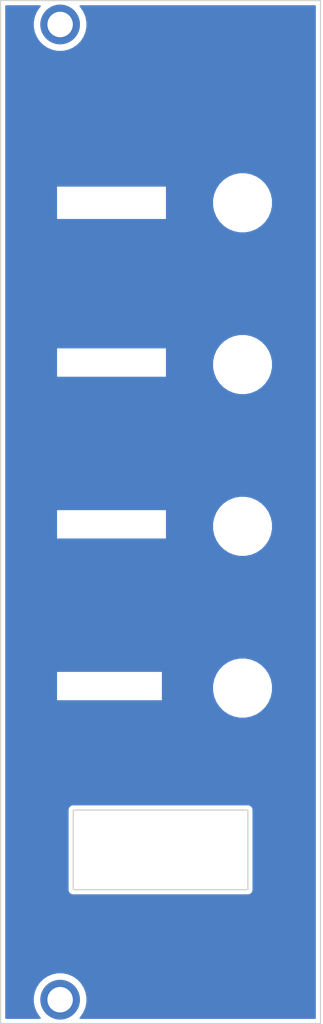
<source format=kicad_pcb>
(kicad_pcb (version 20221018) (generator pcbnew)
  (title_block (title "(title)") (comment 1 "front panel") (comment 2 "Wall Wart Power Supply (+15V/-15V/5V)") (comment 4 "License CC BY 4.0 - Attribution 4.0 International"))
  (layers (0 "F.Cu" signal) (31 "B.Cu" signal) (34 "B.Paste" user) (35 "F.Paste" user) (36 "B.SilkS" user "B.Silkscreen") (37 "F.SilkS" user "F.Silkscreen") (38 "B.Mask" user) (39 "F.Mask" user) (44 "Edge.Cuts" user))
  (net 0 "")
  (footprint "elektrophon:MountingHole_Panel_3.2mm_M3" (layer "F.Cu") (at 58.3 53.8)
    (fp_text reference "H1" hide)
    (fp_text value "MountingHole" hide)
    (pad "1" thru_hole circle (at 0 0) (size 3.6 3.6) (drill 3.2) (layers "*.Cu" "*.Mask"))
    (pad "1" connect circle (at 0 0) (size 5 5) (layers "F.Cu" "F.Mask"))
    (pad "1" connect circle (at 0 0) (size 5 5) (layers "B.Cu" "B.Mask"))
  )
  (footprint "elektrophon:MountingHole_Panel_3.2mm_M3" (layer "F.Cu") (at 58.3 176.3)
    (fp_text reference "H2" hide)
    (fp_text value "MountingHole" hide)
    (pad "1" thru_hole circle (at 0 0) (size 3.6 3.6) (drill 3.2) (layers "*.Cu" "*.Mask"))
    (pad "1" connect circle (at 0 0) (size 5 5) (layers "F.Cu" "F.Mask"))
    (pad "1" connect circle (at 0 0) (size 5 5) (layers "B.Cu" "B.Mask"))
  )
  (footprint "MountingHole:MountingHole_6.4mm_M6" (layer "F.Cu") (at 81.28 76.2)
    (fp_text reference "H9" hide)
    (fp_text value "5V" hide)
    (pad "" np_thru_hole circle (at 0 0) (size 6.4 6.4) (drill 6.4) (layers "*.Cu" "*.Mask"))
  )
  (footprint "MountingHole:MountingHole_6.4mm_M6" (layer "F.Cu") (at 81.28 96.52)
    (fp_text reference "H10" hide)
    (fp_text value "GND" hide)
    (pad "" np_thru_hole circle (at 0 0) (size 6.4 6.4) (drill 6.4) (layers "*.Cu" "*.Mask"))
  )
  (footprint "MountingHole:MountingHole_6.4mm_M6" (layer "F.Cu") (at 81.28 137.16)
    (fp_text reference "H11" hide)
    (fp_text value "-15V" hide)
    (pad "" np_thru_hole circle (at 0 0) (size 6.4 6.4) (drill 6.4) (layers "*.Cu" "*.Mask"))
  )
  (footprint "MountingHole:MountingHole_6.4mm_M6" (layer "F.Cu") (at 81.28 116.84)
    (fp_text reference "H12" hide)
    (fp_text value "+15V" hide)
    (pad "" np_thru_hole circle (at 0 0) (size 6.4 6.4) (drill 6.4) (layers "*.Cu" "*.Mask"))
  )
  (gr_line (start 50.8 50.8) (end 50.8 179.3) (stroke (width 0.15)) (layer "Edge.Cuts"))
  (gr_line (start 59.95 152.48) (end 81.95 152.48) (stroke (width 0.15)) (layer "Edge.Cuts"))
  (gr_line (start 81.95 152.48) (end 81.95 162.48) (stroke (width 0.15)) (layer "Edge.Cuts"))
  (gr_line (start 91.1 50.8) (end 91.1 179.3) (stroke (width 0.15)) (layer "Edge.Cuts"))
  (gr_line (start 50.8 50.8) (end 91.1 50.8) (stroke (width 0.15)) (layer "Edge.Cuts"))
  (gr_line (start 59.95 162.48) (end 81.95 162.48) (stroke (width 0.15)) (layer "Edge.Cuts"))
  (gr_line (start 59.95 152.48) (end 59.95 162.48) (stroke (width 0.15)) (layer "Edge.Cuts"))
  (gr_line (start 91.1 179.3) (end 50.8 179.3) (stroke (width 0.15)) (layer "Edge.Cuts"))
  (zone (net 0) (net_name "") (layers "F&B.Cu") (connect_pads (clearance 0)) (min_thickness 0.254)
    (keepout (tracks not_allowed) (vias not_allowed) (pads allowed) (copperpour not_allowed) (footprints allowed))
    (fill (thermal_gap 0.508) (thermal_bridge_width 0.508))
    (polygon (pts (xy 71.628 98.044) (xy 57.912 98.044) (xy 57.912 94.488) (xy 71.628 94.488)))
  )
  (zone (net 0) (net_name "") (layers "F&B.Cu") (connect_pads (clearance 0)) (min_thickness 0.254)
    (keepout (tracks not_allowed) (vias not_allowed) (pads allowed) (copperpour not_allowed) (footprints allowed))
    (fill (thermal_gap 0.508) (thermal_bridge_width 0.508))
    (polygon (pts (xy 71.12 138.684) (xy 57.912 138.684) (xy 57.912 135.128) (xy 71.12 135.128)))
  )
  (zone (net 0) (net_name "") (layers "F&B.Cu") (connect_pads (clearance 0)) (min_thickness 0.254)
    (keepout (tracks not_allowed) (vias not_allowed) (pads allowed) (copperpour not_allowed) (footprints allowed))
    (fill (thermal_gap 0.508) (thermal_bridge_width 0.508))
    (polygon (pts (xy 71.628 118.364) (xy 57.912 118.364) (xy 57.912 114.808) (xy 71.628 114.808)))
  )
  (zone (net 0) (net_name "") (layers "F&B.Cu") (connect_pads (clearance 0)) (min_thickness 0.254)
    (keepout (tracks not_allowed) (vias not_allowed) (pads allowed) (copperpour not_allowed) (footprints allowed))
    (fill (thermal_gap 0.508) (thermal_bridge_width 0.508))
    (polygon (pts (xy 71.628 78.232) (xy 57.912 78.232) (xy 57.912 74.168) (xy 71.628 74.168)))
  )
  (zone (net 0) (net_name "") (layers "F&B.Cu") (connect_pads (clearance 0)) (min_thickness 0.254)
    (keepout (tracks not_allowed) (vias not_allowed) (pads allowed) (copperpour not_allowed) (footprints allowed))
    (fill (thermal_gap 0.508) (thermal_bridge_width 0.508))
    (polygon (pts (xy 82.042 162.56) (xy 59.944 162.56) (xy 59.944 152.4) (xy 82.042 152.4)))
  )
  (zone (net 0) (net_name "") (layer "B.Cu") (connect_pads (clearance 0.508)) (min_thickness 0.254) (fill yes (thermal_gap 0.508) (thermal_bridge_width 0.508))
    (polygon (pts (xy 91.44 179.324) (xy 50.8 179.324) (xy 50.8 50.8) (xy 91.44 50.8)))
  )
)
</source>
